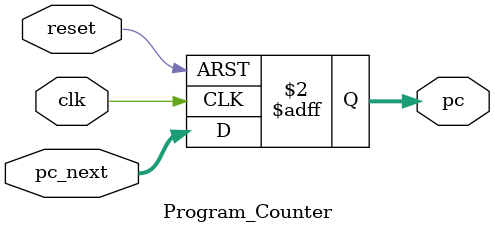
<source format=v>
module Program_Counter (clk, reset, pc_next, pc);

input clk;
input reset;
input [31:0] pc_next;
output reg [31:0] pc;

always @(posedge clk or posedge reset)begin
    if(reset)begin //Zera, se reset =1.
        pc <= 0;
    end
    else begin //Se nao, pc é igual ao proximo pc.
        pc <= pc_next;
    end
end

endmodule
</source>
